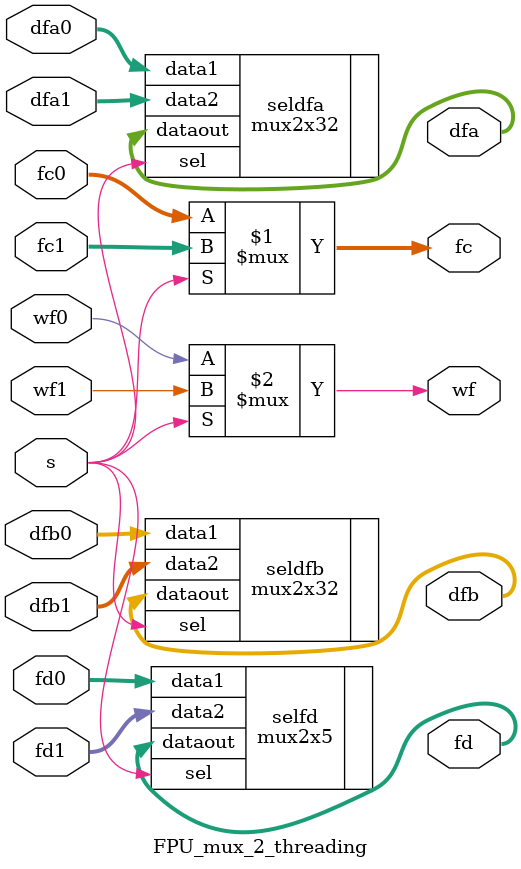
<source format=v>
module FPU_mux_2_threading (s,fd0,fc0,wf0,dfa0,dfb0,fd1,fc1,wf1,dfa1,dfb1,fd,fc,wf,dfa,dfb);
    input s;
    input wf0,wf1;
    input [4:0] fd0,fd1;
    input [2:0] fc0,fc1;
    input [31:0] dfa0,dfa1,dfb0,dfb1;
    output wf;
    output [4:0] fd;
    output [2:0] fc;
    output [31:0] dfa,dfb;

    mux2x32 seldfa (.data1(dfa0),.data2(dfa1),.sel(s),.dataout(dfa));
    mux2x32 seldfb (.data1(dfb0),.data2(dfb1),.sel(s),.dataout(dfb));
    mux2x5 selfd (.data1(fd0),.data2(fd1),.sel(s),.dataout(fd));

    //select fc
    assign fc=s?fc1:fc0;
    assign wf=s?wf1:wf0;
endmodule





</source>
